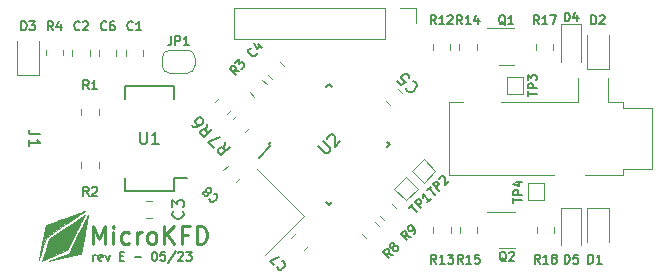
<source format=gbr>
%TF.GenerationSoftware,KiCad,Pcbnew,(6.0.7)*%
%TF.CreationDate,2023-05-28T23:18:47-04:00*%
%TF.ProjectId,microkfd,6d696372-6f6b-4666-942e-6b696361645f,E*%
%TF.SameCoordinates,Original*%
%TF.FileFunction,Legend,Top*%
%TF.FilePolarity,Positive*%
%FSLAX46Y46*%
G04 Gerber Fmt 4.6, Leading zero omitted, Abs format (unit mm)*
G04 Created by KiCad (PCBNEW (6.0.7)) date 2023-05-28 23:18:47*
%MOMM*%
%LPD*%
G01*
G04 APERTURE LIST*
%ADD10C,0.150000*%
%ADD11C,0.250000*%
%ADD12C,0.010000*%
%ADD13C,0.120000*%
G04 APERTURE END LIST*
D10*
X104026071Y-110339285D02*
X104026071Y-109839285D01*
X104026071Y-109982142D02*
X104061785Y-109910714D01*
X104097500Y-109875000D01*
X104168928Y-109839285D01*
X104240357Y-109839285D01*
X104776071Y-110303571D02*
X104704642Y-110339285D01*
X104561785Y-110339285D01*
X104490357Y-110303571D01*
X104454642Y-110232142D01*
X104454642Y-109946428D01*
X104490357Y-109875000D01*
X104561785Y-109839285D01*
X104704642Y-109839285D01*
X104776071Y-109875000D01*
X104811785Y-109946428D01*
X104811785Y-110017857D01*
X104454642Y-110089285D01*
X105061785Y-109839285D02*
X105240357Y-110339285D01*
X105418928Y-109839285D01*
X106276071Y-109946428D02*
X106526071Y-109946428D01*
X106633214Y-110339285D02*
X106276071Y-110339285D01*
X106276071Y-109589285D01*
X106633214Y-109589285D01*
X107526071Y-110053571D02*
X108097500Y-110053571D01*
X109168928Y-109589285D02*
X109240357Y-109589285D01*
X109311785Y-109625000D01*
X109347500Y-109660714D01*
X109383214Y-109732142D01*
X109418928Y-109875000D01*
X109418928Y-110053571D01*
X109383214Y-110196428D01*
X109347500Y-110267857D01*
X109311785Y-110303571D01*
X109240357Y-110339285D01*
X109168928Y-110339285D01*
X109097500Y-110303571D01*
X109061785Y-110267857D01*
X109026071Y-110196428D01*
X108990357Y-110053571D01*
X108990357Y-109875000D01*
X109026071Y-109732142D01*
X109061785Y-109660714D01*
X109097500Y-109625000D01*
X109168928Y-109589285D01*
X110097500Y-109589285D02*
X109740357Y-109589285D01*
X109704642Y-109946428D01*
X109740357Y-109910714D01*
X109811785Y-109875000D01*
X109990357Y-109875000D01*
X110061785Y-109910714D01*
X110097500Y-109946428D01*
X110133214Y-110017857D01*
X110133214Y-110196428D01*
X110097500Y-110267857D01*
X110061785Y-110303571D01*
X109990357Y-110339285D01*
X109811785Y-110339285D01*
X109740357Y-110303571D01*
X109704642Y-110267857D01*
X110990357Y-109553571D02*
X110347500Y-110517857D01*
X111204642Y-109660714D02*
X111240357Y-109625000D01*
X111311785Y-109589285D01*
X111490357Y-109589285D01*
X111561785Y-109625000D01*
X111597500Y-109660714D01*
X111633214Y-109732142D01*
X111633214Y-109803571D01*
X111597500Y-109910714D01*
X111168928Y-110339285D01*
X111633214Y-110339285D01*
X111883214Y-109589285D02*
X112347500Y-109589285D01*
X112097500Y-109875000D01*
X112204642Y-109875000D01*
X112276071Y-109910714D01*
X112311785Y-109946428D01*
X112347500Y-110017857D01*
X112347500Y-110196428D01*
X112311785Y-110267857D01*
X112276071Y-110303571D01*
X112204642Y-110339285D01*
X111990357Y-110339285D01*
X111918928Y-110303571D01*
X111883214Y-110267857D01*
D11*
X104019642Y-108928571D02*
X104019642Y-107428571D01*
X104519642Y-108500000D01*
X105019642Y-107428571D01*
X105019642Y-108928571D01*
X105733928Y-108928571D02*
X105733928Y-107928571D01*
X105733928Y-107428571D02*
X105662500Y-107500000D01*
X105733928Y-107571428D01*
X105805357Y-107500000D01*
X105733928Y-107428571D01*
X105733928Y-107571428D01*
X107091071Y-108857142D02*
X106948214Y-108928571D01*
X106662500Y-108928571D01*
X106519642Y-108857142D01*
X106448214Y-108785714D01*
X106376785Y-108642857D01*
X106376785Y-108214285D01*
X106448214Y-108071428D01*
X106519642Y-108000000D01*
X106662500Y-107928571D01*
X106948214Y-107928571D01*
X107091071Y-108000000D01*
X107733928Y-108928571D02*
X107733928Y-107928571D01*
X107733928Y-108214285D02*
X107805357Y-108071428D01*
X107876785Y-108000000D01*
X108019642Y-107928571D01*
X108162500Y-107928571D01*
X108876785Y-108928571D02*
X108733928Y-108857142D01*
X108662500Y-108785714D01*
X108591071Y-108642857D01*
X108591071Y-108214285D01*
X108662500Y-108071428D01*
X108733928Y-108000000D01*
X108876785Y-107928571D01*
X109091071Y-107928571D01*
X109233928Y-108000000D01*
X109305357Y-108071428D01*
X109376785Y-108214285D01*
X109376785Y-108642857D01*
X109305357Y-108785714D01*
X109233928Y-108857142D01*
X109091071Y-108928571D01*
X108876785Y-108928571D01*
X110019642Y-108928571D02*
X110019642Y-107428571D01*
X110876785Y-108928571D02*
X110233928Y-108071428D01*
X110876785Y-107428571D02*
X110019642Y-108285714D01*
X112019642Y-108142857D02*
X111519642Y-108142857D01*
X111519642Y-108928571D02*
X111519642Y-107428571D01*
X112233928Y-107428571D01*
X112805357Y-108928571D02*
X112805357Y-107428571D01*
X113162500Y-107428571D01*
X113376785Y-107500000D01*
X113519642Y-107642857D01*
X113591071Y-107785714D01*
X113662500Y-108071428D01*
X113662500Y-108285714D01*
X113591071Y-108571428D01*
X113519642Y-108714285D01*
X113376785Y-108857142D01*
X113162500Y-108928571D01*
X112805357Y-108928571D01*
D10*
%TO.C,J1*%
X99547619Y-99666666D02*
X98833333Y-99666666D01*
X98690476Y-99619047D01*
X98595238Y-99523809D01*
X98547619Y-99380952D01*
X98547619Y-99285714D01*
X98547619Y-100666666D02*
X98547619Y-100095238D01*
X98547619Y-100380952D02*
X99547619Y-100380952D01*
X99404761Y-100285714D01*
X99309523Y-100190476D01*
X99261904Y-100095238D01*
%TO.C,TP2*%
X132290355Y-104378807D02*
X132593400Y-104075761D01*
X132972208Y-104757614D02*
X132441877Y-104227284D01*
X133300507Y-104429314D02*
X132770177Y-103898984D01*
X132972208Y-103696954D01*
X133047969Y-103671700D01*
X133098477Y-103671700D01*
X133174238Y-103696954D01*
X133250000Y-103772715D01*
X133275253Y-103848477D01*
X133275253Y-103898984D01*
X133249999Y-103974746D01*
X133047969Y-104176776D01*
X133325761Y-103444416D02*
X133325761Y-103393908D01*
X133351015Y-103318147D01*
X133477284Y-103191877D01*
X133553045Y-103166624D01*
X133603553Y-103166624D01*
X133679314Y-103191877D01*
X133729822Y-103242385D01*
X133780330Y-103343400D01*
X133780330Y-103949492D01*
X134108629Y-103621192D01*
%TO.C,TP1*%
X130790355Y-105866244D02*
X131093400Y-105563198D01*
X131472208Y-106245051D02*
X130941877Y-105714721D01*
X131800507Y-105916751D02*
X131270177Y-105386421D01*
X131472208Y-105184391D01*
X131547969Y-105159137D01*
X131598477Y-105159137D01*
X131674238Y-105184391D01*
X131750000Y-105260152D01*
X131775253Y-105335914D01*
X131775253Y-105386421D01*
X131749999Y-105462183D01*
X131547969Y-105664213D01*
X132608629Y-105108629D02*
X132305583Y-105411675D01*
X132457106Y-105260152D02*
X131926776Y-104729822D01*
X131952030Y-104856091D01*
X131952030Y-104957106D01*
X131926776Y-105032868D01*
%TO.C,R18*%
X141830357Y-110589285D02*
X141580357Y-110232142D01*
X141401785Y-110589285D02*
X141401785Y-109839285D01*
X141687500Y-109839285D01*
X141758928Y-109875000D01*
X141794642Y-109910714D01*
X141830357Y-109982142D01*
X141830357Y-110089285D01*
X141794642Y-110160714D01*
X141758928Y-110196428D01*
X141687500Y-110232142D01*
X141401785Y-110232142D01*
X142544642Y-110589285D02*
X142116071Y-110589285D01*
X142330357Y-110589285D02*
X142330357Y-109839285D01*
X142258928Y-109946428D01*
X142187500Y-110017857D01*
X142116071Y-110053571D01*
X142973214Y-110160714D02*
X142901785Y-110125000D01*
X142866071Y-110089285D01*
X142830357Y-110017857D01*
X142830357Y-109982142D01*
X142866071Y-109910714D01*
X142901785Y-109875000D01*
X142973214Y-109839285D01*
X143116071Y-109839285D01*
X143187500Y-109875000D01*
X143223214Y-109910714D01*
X143258928Y-109982142D01*
X143258928Y-110017857D01*
X143223214Y-110089285D01*
X143187500Y-110125000D01*
X143116071Y-110160714D01*
X142973214Y-110160714D01*
X142901785Y-110196428D01*
X142866071Y-110232142D01*
X142830357Y-110303571D01*
X142830357Y-110446428D01*
X142866071Y-110517857D01*
X142901785Y-110553571D01*
X142973214Y-110589285D01*
X143116071Y-110589285D01*
X143187500Y-110553571D01*
X143223214Y-110517857D01*
X143258928Y-110446428D01*
X143258928Y-110303571D01*
X143223214Y-110232142D01*
X143187500Y-110196428D01*
X143116071Y-110160714D01*
%TO.C,R17*%
X141767857Y-90339285D02*
X141517857Y-89982142D01*
X141339285Y-90339285D02*
X141339285Y-89589285D01*
X141625000Y-89589285D01*
X141696428Y-89625000D01*
X141732142Y-89660714D01*
X141767857Y-89732142D01*
X141767857Y-89839285D01*
X141732142Y-89910714D01*
X141696428Y-89946428D01*
X141625000Y-89982142D01*
X141339285Y-89982142D01*
X142482142Y-90339285D02*
X142053571Y-90339285D01*
X142267857Y-90339285D02*
X142267857Y-89589285D01*
X142196428Y-89696428D01*
X142125000Y-89767857D01*
X142053571Y-89803571D01*
X142732142Y-89589285D02*
X143232142Y-89589285D01*
X142910714Y-90339285D01*
%TO.C,R15*%
X135330357Y-110589285D02*
X135080357Y-110232142D01*
X134901785Y-110589285D02*
X134901785Y-109839285D01*
X135187500Y-109839285D01*
X135258928Y-109875000D01*
X135294642Y-109910714D01*
X135330357Y-109982142D01*
X135330357Y-110089285D01*
X135294642Y-110160714D01*
X135258928Y-110196428D01*
X135187500Y-110232142D01*
X134901785Y-110232142D01*
X136044642Y-110589285D02*
X135616071Y-110589285D01*
X135830357Y-110589285D02*
X135830357Y-109839285D01*
X135758928Y-109946428D01*
X135687500Y-110017857D01*
X135616071Y-110053571D01*
X136723214Y-109839285D02*
X136366071Y-109839285D01*
X136330357Y-110196428D01*
X136366071Y-110160714D01*
X136437500Y-110125000D01*
X136616071Y-110125000D01*
X136687500Y-110160714D01*
X136723214Y-110196428D01*
X136758928Y-110267857D01*
X136758928Y-110446428D01*
X136723214Y-110517857D01*
X136687500Y-110553571D01*
X136616071Y-110589285D01*
X136437500Y-110589285D01*
X136366071Y-110553571D01*
X136330357Y-110517857D01*
%TO.C,R14*%
X135267857Y-90339285D02*
X135017857Y-89982142D01*
X134839285Y-90339285D02*
X134839285Y-89589285D01*
X135125000Y-89589285D01*
X135196428Y-89625000D01*
X135232142Y-89660714D01*
X135267857Y-89732142D01*
X135267857Y-89839285D01*
X135232142Y-89910714D01*
X135196428Y-89946428D01*
X135125000Y-89982142D01*
X134839285Y-89982142D01*
X135982142Y-90339285D02*
X135553571Y-90339285D01*
X135767857Y-90339285D02*
X135767857Y-89589285D01*
X135696428Y-89696428D01*
X135625000Y-89767857D01*
X135553571Y-89803571D01*
X136625000Y-89839285D02*
X136625000Y-90339285D01*
X136446428Y-89553571D02*
X136267857Y-90089285D01*
X136732142Y-90089285D01*
%TO.C,R13*%
X133080357Y-110589285D02*
X132830357Y-110232142D01*
X132651785Y-110589285D02*
X132651785Y-109839285D01*
X132937500Y-109839285D01*
X133008928Y-109875000D01*
X133044642Y-109910714D01*
X133080357Y-109982142D01*
X133080357Y-110089285D01*
X133044642Y-110160714D01*
X133008928Y-110196428D01*
X132937500Y-110232142D01*
X132651785Y-110232142D01*
X133794642Y-110589285D02*
X133366071Y-110589285D01*
X133580357Y-110589285D02*
X133580357Y-109839285D01*
X133508928Y-109946428D01*
X133437500Y-110017857D01*
X133366071Y-110053571D01*
X134044642Y-109839285D02*
X134508928Y-109839285D01*
X134258928Y-110125000D01*
X134366071Y-110125000D01*
X134437500Y-110160714D01*
X134473214Y-110196428D01*
X134508928Y-110267857D01*
X134508928Y-110446428D01*
X134473214Y-110517857D01*
X134437500Y-110553571D01*
X134366071Y-110589285D01*
X134151785Y-110589285D01*
X134080357Y-110553571D01*
X134044642Y-110517857D01*
%TO.C,R12*%
X133017857Y-90339285D02*
X132767857Y-89982142D01*
X132589285Y-90339285D02*
X132589285Y-89589285D01*
X132875000Y-89589285D01*
X132946428Y-89625000D01*
X132982142Y-89660714D01*
X133017857Y-89732142D01*
X133017857Y-89839285D01*
X132982142Y-89910714D01*
X132946428Y-89946428D01*
X132875000Y-89982142D01*
X132589285Y-89982142D01*
X133732142Y-90339285D02*
X133303571Y-90339285D01*
X133517857Y-90339285D02*
X133517857Y-89589285D01*
X133446428Y-89696428D01*
X133375000Y-89767857D01*
X133303571Y-89803571D01*
X134017857Y-89660714D02*
X134053571Y-89625000D01*
X134125000Y-89589285D01*
X134303571Y-89589285D01*
X134375000Y-89625000D01*
X134410714Y-89660714D01*
X134446428Y-89732142D01*
X134446428Y-89803571D01*
X134410714Y-89910714D01*
X133982142Y-90339285D01*
X134446428Y-90339285D01*
%TO.C,R9*%
X130901522Y-108328299D02*
X130472208Y-108252538D01*
X130598477Y-108631345D02*
X130068147Y-108101015D01*
X130270177Y-107898984D01*
X130345938Y-107873730D01*
X130396446Y-107873730D01*
X130472208Y-107898984D01*
X130547969Y-107974746D01*
X130573223Y-108050507D01*
X130573223Y-108101015D01*
X130547969Y-108176776D01*
X130345938Y-108378807D01*
X131154061Y-108075761D02*
X131255076Y-107974746D01*
X131280330Y-107898984D01*
X131280330Y-107848477D01*
X131255076Y-107722208D01*
X131179314Y-107595938D01*
X130977284Y-107393908D01*
X130901522Y-107368654D01*
X130851015Y-107368654D01*
X130775253Y-107393908D01*
X130674238Y-107494923D01*
X130648984Y-107570685D01*
X130648984Y-107621192D01*
X130674238Y-107696954D01*
X130800507Y-107823223D01*
X130876269Y-107848477D01*
X130926776Y-107848477D01*
X131002538Y-107823223D01*
X131103553Y-107722208D01*
X131128807Y-107646446D01*
X131128807Y-107595938D01*
X131103553Y-107520177D01*
%TO.C,R8*%
X129401522Y-109828299D02*
X128972208Y-109752538D01*
X129098477Y-110131345D02*
X128568147Y-109601015D01*
X128770177Y-109398984D01*
X128845938Y-109373730D01*
X128896446Y-109373730D01*
X128972208Y-109398984D01*
X129047969Y-109474746D01*
X129073223Y-109550507D01*
X129073223Y-109601015D01*
X129047969Y-109676776D01*
X128845938Y-109878807D01*
X129401522Y-109222208D02*
X129325761Y-109247461D01*
X129275253Y-109247461D01*
X129199492Y-109222208D01*
X129174238Y-109196954D01*
X129148984Y-109121192D01*
X129148984Y-109070685D01*
X129174238Y-108994923D01*
X129275253Y-108893908D01*
X129351015Y-108868654D01*
X129401522Y-108868654D01*
X129477284Y-108893908D01*
X129502538Y-108919162D01*
X129527791Y-108994923D01*
X129527791Y-109045431D01*
X129502538Y-109121192D01*
X129401522Y-109222208D01*
X129376269Y-109297969D01*
X129376269Y-109348477D01*
X129401522Y-109424238D01*
X129502538Y-109525253D01*
X129578299Y-109550507D01*
X129628807Y-109550507D01*
X129704568Y-109525253D01*
X129805583Y-109424238D01*
X129830837Y-109348477D01*
X129830837Y-109297969D01*
X129805583Y-109222208D01*
X129704568Y-109121192D01*
X129628807Y-109095938D01*
X129578299Y-109095938D01*
X129502538Y-109121192D01*
%TO.C,R7*%
X115187732Y-100297969D02*
X115086717Y-100870389D01*
X115591793Y-100702030D02*
X114884687Y-101409137D01*
X114615312Y-101139763D01*
X114581641Y-101038748D01*
X114581641Y-100971404D01*
X114615312Y-100870389D01*
X114716328Y-100769374D01*
X114817343Y-100735702D01*
X114884687Y-100735702D01*
X114985702Y-100769374D01*
X115255076Y-101038748D01*
X114244923Y-100769374D02*
X113773519Y-100297969D01*
X114783671Y-99893908D01*
%TO.C,R6*%
X113687732Y-98797969D02*
X113586717Y-99370389D01*
X114091793Y-99202030D02*
X113384687Y-99909137D01*
X113115312Y-99639763D01*
X113081641Y-99538748D01*
X113081641Y-99471404D01*
X113115312Y-99370389D01*
X113216328Y-99269374D01*
X113317343Y-99235702D01*
X113384687Y-99235702D01*
X113485702Y-99269374D01*
X113755076Y-99538748D01*
X112374534Y-98898984D02*
X112509221Y-99033671D01*
X112610236Y-99067343D01*
X112677580Y-99067343D01*
X112845938Y-99033671D01*
X113014297Y-98932656D01*
X113283671Y-98663282D01*
X113317343Y-98562267D01*
X113317343Y-98494923D01*
X113283671Y-98393908D01*
X113148984Y-98259221D01*
X113047969Y-98225549D01*
X112980625Y-98225549D01*
X112879610Y-98259221D01*
X112711251Y-98427580D01*
X112677580Y-98528595D01*
X112677580Y-98595938D01*
X112711251Y-98696954D01*
X112845938Y-98831641D01*
X112946954Y-98865312D01*
X113014297Y-98865312D01*
X113115312Y-98831641D01*
%TO.C,R4*%
X100625000Y-90839285D02*
X100375000Y-90482142D01*
X100196428Y-90839285D02*
X100196428Y-90089285D01*
X100482142Y-90089285D01*
X100553571Y-90125000D01*
X100589285Y-90160714D01*
X100625000Y-90232142D01*
X100625000Y-90339285D01*
X100589285Y-90410714D01*
X100553571Y-90446428D01*
X100482142Y-90482142D01*
X100196428Y-90482142D01*
X101267857Y-90339285D02*
X101267857Y-90839285D01*
X101089285Y-90053571D02*
X100910714Y-90589285D01*
X101375000Y-90589285D01*
%TO.C,R3*%
X116401522Y-94328299D02*
X115972208Y-94252538D01*
X116098477Y-94631345D02*
X115568147Y-94101015D01*
X115770177Y-93898984D01*
X115845938Y-93873730D01*
X115896446Y-93873730D01*
X115972208Y-93898984D01*
X116047969Y-93974746D01*
X116073223Y-94050507D01*
X116073223Y-94101015D01*
X116047969Y-94176776D01*
X115845938Y-94378807D01*
X116047969Y-93621192D02*
X116376269Y-93292893D01*
X116401522Y-93671700D01*
X116477284Y-93595938D01*
X116553045Y-93570685D01*
X116603553Y-93570685D01*
X116679314Y-93595938D01*
X116805583Y-93722208D01*
X116830837Y-93797969D01*
X116830837Y-93848477D01*
X116805583Y-93924238D01*
X116654061Y-94075761D01*
X116578299Y-94101015D01*
X116527791Y-94101015D01*
%TO.C,R2*%
X103625000Y-104839285D02*
X103375000Y-104482142D01*
X103196428Y-104839285D02*
X103196428Y-104089285D01*
X103482142Y-104089285D01*
X103553571Y-104125000D01*
X103589285Y-104160714D01*
X103625000Y-104232142D01*
X103625000Y-104339285D01*
X103589285Y-104410714D01*
X103553571Y-104446428D01*
X103482142Y-104482142D01*
X103196428Y-104482142D01*
X103910714Y-104160714D02*
X103946428Y-104125000D01*
X104017857Y-104089285D01*
X104196428Y-104089285D01*
X104267857Y-104125000D01*
X104303571Y-104160714D01*
X104339285Y-104232142D01*
X104339285Y-104303571D01*
X104303571Y-104410714D01*
X103875000Y-104839285D01*
X104339285Y-104839285D01*
%TO.C,R1*%
X103625000Y-95839285D02*
X103375000Y-95482142D01*
X103196428Y-95839285D02*
X103196428Y-95089285D01*
X103482142Y-95089285D01*
X103553571Y-95125000D01*
X103589285Y-95160714D01*
X103625000Y-95232142D01*
X103625000Y-95339285D01*
X103589285Y-95410714D01*
X103553571Y-95446428D01*
X103482142Y-95482142D01*
X103196428Y-95482142D01*
X104339285Y-95839285D02*
X103910714Y-95839285D01*
X104125000Y-95839285D02*
X104125000Y-95089285D01*
X104053571Y-95196428D01*
X103982142Y-95267857D01*
X103910714Y-95303571D01*
%TO.C,D5*%
X143946428Y-110589285D02*
X143946428Y-109839285D01*
X144125000Y-109839285D01*
X144232142Y-109875000D01*
X144303571Y-109946428D01*
X144339285Y-110017857D01*
X144375000Y-110160714D01*
X144375000Y-110267857D01*
X144339285Y-110410714D01*
X144303571Y-110482142D01*
X144232142Y-110553571D01*
X144125000Y-110589285D01*
X143946428Y-110589285D01*
X145053571Y-109839285D02*
X144696428Y-109839285D01*
X144660714Y-110196428D01*
X144696428Y-110160714D01*
X144767857Y-110125000D01*
X144946428Y-110125000D01*
X145017857Y-110160714D01*
X145053571Y-110196428D01*
X145089285Y-110267857D01*
X145089285Y-110446428D01*
X145053571Y-110517857D01*
X145017857Y-110553571D01*
X144946428Y-110589285D01*
X144767857Y-110589285D01*
X144696428Y-110553571D01*
X144660714Y-110517857D01*
%TO.C,D3*%
X97946428Y-90839285D02*
X97946428Y-90089285D01*
X98125000Y-90089285D01*
X98232142Y-90125000D01*
X98303571Y-90196428D01*
X98339285Y-90267857D01*
X98375000Y-90410714D01*
X98375000Y-90517857D01*
X98339285Y-90660714D01*
X98303571Y-90732142D01*
X98232142Y-90803571D01*
X98125000Y-90839285D01*
X97946428Y-90839285D01*
X98625000Y-90089285D02*
X99089285Y-90089285D01*
X98839285Y-90375000D01*
X98946428Y-90375000D01*
X99017857Y-90410714D01*
X99053571Y-90446428D01*
X99089285Y-90517857D01*
X99089285Y-90696428D01*
X99053571Y-90767857D01*
X99017857Y-90803571D01*
X98946428Y-90839285D01*
X98732142Y-90839285D01*
X98660714Y-90803571D01*
X98625000Y-90767857D01*
%TO.C,D2*%
X146196428Y-90339285D02*
X146196428Y-89589285D01*
X146375000Y-89589285D01*
X146482142Y-89625000D01*
X146553571Y-89696428D01*
X146589285Y-89767857D01*
X146625000Y-89910714D01*
X146625000Y-90017857D01*
X146589285Y-90160714D01*
X146553571Y-90232142D01*
X146482142Y-90303571D01*
X146375000Y-90339285D01*
X146196428Y-90339285D01*
X146910714Y-89660714D02*
X146946428Y-89625000D01*
X147017857Y-89589285D01*
X147196428Y-89589285D01*
X147267857Y-89625000D01*
X147303571Y-89660714D01*
X147339285Y-89732142D01*
X147339285Y-89803571D01*
X147303571Y-89910714D01*
X146875000Y-90339285D01*
X147339285Y-90339285D01*
%TO.C,D1*%
X145946428Y-110589285D02*
X145946428Y-109839285D01*
X146125000Y-109839285D01*
X146232142Y-109875000D01*
X146303571Y-109946428D01*
X146339285Y-110017857D01*
X146375000Y-110160714D01*
X146375000Y-110267857D01*
X146339285Y-110410714D01*
X146303571Y-110482142D01*
X146232142Y-110553571D01*
X146125000Y-110589285D01*
X145946428Y-110589285D01*
X147089285Y-110589285D02*
X146660714Y-110589285D01*
X146875000Y-110589285D02*
X146875000Y-109839285D01*
X146803571Y-109946428D01*
X146732142Y-110017857D01*
X146660714Y-110053571D01*
%TO.C,C8*%
X114260024Y-104666751D02*
X114310532Y-104666751D01*
X114411547Y-104717259D01*
X114462055Y-104767766D01*
X114512563Y-104868782D01*
X114512563Y-104969797D01*
X114487309Y-105045558D01*
X114411547Y-105171828D01*
X114335786Y-105247589D01*
X114209517Y-105323350D01*
X114133755Y-105348604D01*
X114032740Y-105348604D01*
X113931725Y-105298097D01*
X113881217Y-105247589D01*
X113830710Y-105146574D01*
X113830710Y-105096066D01*
X113704441Y-104616244D02*
X113729694Y-104692005D01*
X113729694Y-104742513D01*
X113704441Y-104818274D01*
X113679187Y-104843528D01*
X113603425Y-104868782D01*
X113552918Y-104868782D01*
X113477156Y-104843528D01*
X113376141Y-104742513D01*
X113350887Y-104666751D01*
X113350887Y-104616244D01*
X113376141Y-104540482D01*
X113401395Y-104515228D01*
X113477156Y-104489975D01*
X113527664Y-104489975D01*
X113603425Y-104515228D01*
X113704441Y-104616244D01*
X113780202Y-104641497D01*
X113830710Y-104641497D01*
X113906471Y-104616244D01*
X114007486Y-104515228D01*
X114032740Y-104439467D01*
X114032740Y-104388959D01*
X114007486Y-104313198D01*
X113906471Y-104212183D01*
X113830710Y-104186929D01*
X113780202Y-104186929D01*
X113704441Y-104212183D01*
X113603425Y-104313198D01*
X113578171Y-104388959D01*
X113578171Y-104439467D01*
X113603425Y-104515228D01*
%TO.C,C7*%
X120010024Y-110416751D02*
X120060532Y-110416751D01*
X120161547Y-110467259D01*
X120212055Y-110517766D01*
X120262563Y-110618782D01*
X120262563Y-110719797D01*
X120237309Y-110795558D01*
X120161547Y-110921828D01*
X120085786Y-110997589D01*
X119959517Y-111073350D01*
X119883755Y-111098604D01*
X119782740Y-111098604D01*
X119681725Y-111048097D01*
X119631217Y-110997589D01*
X119580710Y-110896574D01*
X119580710Y-110846066D01*
X119353425Y-110719797D02*
X118999872Y-110366244D01*
X119757486Y-110063198D01*
%TO.C,C6*%
X105125000Y-90767857D02*
X105089285Y-90803571D01*
X104982142Y-90839285D01*
X104910714Y-90839285D01*
X104803571Y-90803571D01*
X104732142Y-90732142D01*
X104696428Y-90660714D01*
X104660714Y-90517857D01*
X104660714Y-90410714D01*
X104696428Y-90267857D01*
X104732142Y-90196428D01*
X104803571Y-90125000D01*
X104910714Y-90089285D01*
X104982142Y-90089285D01*
X105089285Y-90125000D01*
X105125000Y-90160714D01*
X105767857Y-90089285D02*
X105625000Y-90089285D01*
X105553571Y-90125000D01*
X105517857Y-90160714D01*
X105446428Y-90267857D01*
X105410714Y-90410714D01*
X105410714Y-90696428D01*
X105446428Y-90767857D01*
X105482142Y-90803571D01*
X105553571Y-90839285D01*
X105696428Y-90839285D01*
X105767857Y-90803571D01*
X105803571Y-90767857D01*
X105839285Y-90696428D01*
X105839285Y-90517857D01*
X105803571Y-90446428D01*
X105767857Y-90410714D01*
X105696428Y-90375000D01*
X105553571Y-90375000D01*
X105482142Y-90410714D01*
X105446428Y-90446428D01*
X105410714Y-90517857D01*
%TO.C,C5*%
X131058328Y-95177373D02*
X131125671Y-95177373D01*
X131260358Y-95244717D01*
X131327702Y-95312061D01*
X131395045Y-95446748D01*
X131395045Y-95581435D01*
X131361374Y-95682450D01*
X131260358Y-95850809D01*
X131159343Y-95951824D01*
X130990984Y-96052839D01*
X130889969Y-96086511D01*
X130755282Y-96086511D01*
X130620595Y-96019167D01*
X130553251Y-95951824D01*
X130485908Y-95817137D01*
X130485908Y-95749793D01*
X129778801Y-95177373D02*
X130115519Y-95514091D01*
X130485908Y-95211045D01*
X130418564Y-95211045D01*
X130317549Y-95177373D01*
X130149190Y-95009015D01*
X130115519Y-94907999D01*
X130115519Y-94840656D01*
X130149190Y-94739641D01*
X130317549Y-94571282D01*
X130418564Y-94537610D01*
X130485908Y-94537610D01*
X130586923Y-94571282D01*
X130755282Y-94739641D01*
X130788954Y-94840656D01*
X130788954Y-94907999D01*
%TO.C,C4*%
X117851015Y-92777791D02*
X117851015Y-92828299D01*
X117800507Y-92929314D01*
X117750000Y-92979822D01*
X117648984Y-93030330D01*
X117547969Y-93030330D01*
X117472208Y-93005076D01*
X117345938Y-92929314D01*
X117270177Y-92853553D01*
X117194416Y-92727284D01*
X117169162Y-92651522D01*
X117169162Y-92550507D01*
X117219669Y-92449492D01*
X117270177Y-92398984D01*
X117371192Y-92348477D01*
X117421700Y-92348477D01*
X118002538Y-92020177D02*
X118356091Y-92373730D01*
X117674238Y-91944416D02*
X117926776Y-92449492D01*
X118255076Y-92121192D01*
%TO.C,C3*%
X111607142Y-106166666D02*
X111654761Y-106214285D01*
X111702380Y-106357142D01*
X111702380Y-106452380D01*
X111654761Y-106595238D01*
X111559523Y-106690476D01*
X111464285Y-106738095D01*
X111273809Y-106785714D01*
X111130952Y-106785714D01*
X110940476Y-106738095D01*
X110845238Y-106690476D01*
X110750000Y-106595238D01*
X110702380Y-106452380D01*
X110702380Y-106357142D01*
X110750000Y-106214285D01*
X110797619Y-106166666D01*
X110702380Y-105833333D02*
X110702380Y-105214285D01*
X111083333Y-105547619D01*
X111083333Y-105404761D01*
X111130952Y-105309523D01*
X111178571Y-105261904D01*
X111273809Y-105214285D01*
X111511904Y-105214285D01*
X111607142Y-105261904D01*
X111654761Y-105309523D01*
X111702380Y-105404761D01*
X111702380Y-105690476D01*
X111654761Y-105785714D01*
X111607142Y-105833333D01*
%TO.C,C2*%
X102875000Y-90767857D02*
X102839285Y-90803571D01*
X102732142Y-90839285D01*
X102660714Y-90839285D01*
X102553571Y-90803571D01*
X102482142Y-90732142D01*
X102446428Y-90660714D01*
X102410714Y-90517857D01*
X102410714Y-90410714D01*
X102446428Y-90267857D01*
X102482142Y-90196428D01*
X102553571Y-90125000D01*
X102660714Y-90089285D01*
X102732142Y-90089285D01*
X102839285Y-90125000D01*
X102875000Y-90160714D01*
X103160714Y-90160714D02*
X103196428Y-90125000D01*
X103267857Y-90089285D01*
X103446428Y-90089285D01*
X103517857Y-90125000D01*
X103553571Y-90160714D01*
X103589285Y-90232142D01*
X103589285Y-90303571D01*
X103553571Y-90410714D01*
X103125000Y-90839285D01*
X103589285Y-90839285D01*
%TO.C,C1*%
X107375000Y-90767857D02*
X107339285Y-90803571D01*
X107232142Y-90839285D01*
X107160714Y-90839285D01*
X107053571Y-90803571D01*
X106982142Y-90732142D01*
X106946428Y-90660714D01*
X106910714Y-90517857D01*
X106910714Y-90410714D01*
X106946428Y-90267857D01*
X106982142Y-90196428D01*
X107053571Y-90125000D01*
X107160714Y-90089285D01*
X107232142Y-90089285D01*
X107339285Y-90125000D01*
X107375000Y-90160714D01*
X108089285Y-90839285D02*
X107660714Y-90839285D01*
X107875000Y-90839285D02*
X107875000Y-90089285D01*
X107803571Y-90196428D01*
X107732142Y-90267857D01*
X107660714Y-90303571D01*
%TO.C,Q2*%
X138991071Y-110410714D02*
X138919642Y-110375000D01*
X138848214Y-110303571D01*
X138741071Y-110196428D01*
X138669642Y-110160714D01*
X138598214Y-110160714D01*
X138633928Y-110339285D02*
X138562500Y-110303571D01*
X138491071Y-110232142D01*
X138455357Y-110089285D01*
X138455357Y-109839285D01*
X138491071Y-109696428D01*
X138562500Y-109625000D01*
X138633928Y-109589285D01*
X138776785Y-109589285D01*
X138848214Y-109625000D01*
X138919642Y-109696428D01*
X138955357Y-109839285D01*
X138955357Y-110089285D01*
X138919642Y-110232142D01*
X138848214Y-110303571D01*
X138776785Y-110339285D01*
X138633928Y-110339285D01*
X139241071Y-109660714D02*
X139276785Y-109625000D01*
X139348214Y-109589285D01*
X139526785Y-109589285D01*
X139598214Y-109625000D01*
X139633928Y-109660714D01*
X139669642Y-109732142D01*
X139669642Y-109803571D01*
X139633928Y-109910714D01*
X139205357Y-110339285D01*
X139669642Y-110339285D01*
%TO.C,U1*%
X107988095Y-99452380D02*
X107988095Y-100261904D01*
X108035714Y-100357142D01*
X108083333Y-100404761D01*
X108178571Y-100452380D01*
X108369047Y-100452380D01*
X108464285Y-100404761D01*
X108511904Y-100357142D01*
X108559523Y-100261904D01*
X108559523Y-99452380D01*
X109559523Y-100452380D02*
X108988095Y-100452380D01*
X109273809Y-100452380D02*
X109273809Y-99452380D01*
X109178571Y-99595238D01*
X109083333Y-99690476D01*
X108988095Y-99738095D01*
%TO.C,TP4*%
X139589285Y-105446428D02*
X139589285Y-105017857D01*
X140339285Y-105232142D02*
X139589285Y-105232142D01*
X140339285Y-104767857D02*
X139589285Y-104767857D01*
X139589285Y-104482142D01*
X139625000Y-104410714D01*
X139660714Y-104375000D01*
X139732142Y-104339285D01*
X139839285Y-104339285D01*
X139910714Y-104375000D01*
X139946428Y-104410714D01*
X139982142Y-104482142D01*
X139982142Y-104767857D01*
X139839285Y-103696428D02*
X140339285Y-103696428D01*
X139553571Y-103875000D02*
X140089285Y-104053571D01*
X140089285Y-103589285D01*
%TO.C,U2*%
X123074026Y-100651522D02*
X123646446Y-101223942D01*
X123747461Y-101257614D01*
X123814805Y-101257614D01*
X123915820Y-101223942D01*
X124050507Y-101089255D01*
X124084179Y-100988240D01*
X124084179Y-100920896D01*
X124050507Y-100819881D01*
X123478087Y-100247461D01*
X123848477Y-100011759D02*
X123848477Y-99944416D01*
X123882148Y-99843400D01*
X124050507Y-99675042D01*
X124151522Y-99641370D01*
X124218866Y-99641370D01*
X124319881Y-99675042D01*
X124387225Y-99742385D01*
X124454568Y-99877072D01*
X124454568Y-100685194D01*
X124892301Y-100247461D01*
%TO.C,TP3*%
X140839285Y-96446428D02*
X140839285Y-96017857D01*
X141589285Y-96232142D02*
X140839285Y-96232142D01*
X141589285Y-95767857D02*
X140839285Y-95767857D01*
X140839285Y-95482142D01*
X140875000Y-95410714D01*
X140910714Y-95375000D01*
X140982142Y-95339285D01*
X141089285Y-95339285D01*
X141160714Y-95375000D01*
X141196428Y-95410714D01*
X141232142Y-95482142D01*
X141232142Y-95767857D01*
X140839285Y-95089285D02*
X140839285Y-94625000D01*
X141125000Y-94875000D01*
X141125000Y-94767857D01*
X141160714Y-94696428D01*
X141196428Y-94660714D01*
X141267857Y-94625000D01*
X141446428Y-94625000D01*
X141517857Y-94660714D01*
X141553571Y-94696428D01*
X141589285Y-94767857D01*
X141589285Y-94982142D01*
X141553571Y-95053571D01*
X141517857Y-95089285D01*
%TO.C,JP1*%
X110625000Y-91339285D02*
X110625000Y-91875000D01*
X110589285Y-91982142D01*
X110517857Y-92053571D01*
X110410714Y-92089285D01*
X110339285Y-92089285D01*
X110982142Y-92089285D02*
X110982142Y-91339285D01*
X111267857Y-91339285D01*
X111339285Y-91375000D01*
X111375000Y-91410714D01*
X111410714Y-91482142D01*
X111410714Y-91589285D01*
X111375000Y-91660714D01*
X111339285Y-91696428D01*
X111267857Y-91732142D01*
X110982142Y-91732142D01*
X112125000Y-92089285D02*
X111696428Y-92089285D01*
X111910714Y-92089285D02*
X111910714Y-91339285D01*
X111839285Y-91446428D01*
X111767857Y-91517857D01*
X111696428Y-91553571D01*
%TO.C,D4*%
X143946428Y-90089285D02*
X143946428Y-89339285D01*
X144125000Y-89339285D01*
X144232142Y-89375000D01*
X144303571Y-89446428D01*
X144339285Y-89517857D01*
X144375000Y-89660714D01*
X144375000Y-89767857D01*
X144339285Y-89910714D01*
X144303571Y-89982142D01*
X144232142Y-90053571D01*
X144125000Y-90089285D01*
X143946428Y-90089285D01*
X145017857Y-89589285D02*
X145017857Y-90089285D01*
X144839285Y-89303571D02*
X144660714Y-89839285D01*
X145125000Y-89839285D01*
%TO.C,Q1*%
X138928571Y-90410714D02*
X138857142Y-90375000D01*
X138785714Y-90303571D01*
X138678571Y-90196428D01*
X138607142Y-90160714D01*
X138535714Y-90160714D01*
X138571428Y-90339285D02*
X138500000Y-90303571D01*
X138428571Y-90232142D01*
X138392857Y-90089285D01*
X138392857Y-89839285D01*
X138428571Y-89696428D01*
X138500000Y-89625000D01*
X138571428Y-89589285D01*
X138714285Y-89589285D01*
X138785714Y-89625000D01*
X138857142Y-89696428D01*
X138892857Y-89839285D01*
X138892857Y-90089285D01*
X138857142Y-90232142D01*
X138785714Y-90303571D01*
X138714285Y-90339285D01*
X138571428Y-90339285D01*
X139607142Y-90339285D02*
X139178571Y-90339285D01*
X139392857Y-90339285D02*
X139392857Y-89589285D01*
X139321428Y-89696428D01*
X139250000Y-89767857D01*
X139178571Y-89803571D01*
%TO.C,G\u002A\u002A\u002A*%
G36*
X103596703Y-106464575D02*
G01*
X103592746Y-106487989D01*
X103586167Y-106525695D01*
X103577136Y-106576767D01*
X103565820Y-106640284D01*
X103552387Y-106715319D01*
X103537006Y-106800950D01*
X103519846Y-106896253D01*
X103501073Y-107000302D01*
X103480858Y-107112175D01*
X103459366Y-107230947D01*
X103436768Y-107355695D01*
X103413231Y-107485494D01*
X103388924Y-107619419D01*
X103364014Y-107756548D01*
X103338670Y-107895957D01*
X103313061Y-108036720D01*
X103287353Y-108177914D01*
X103261716Y-108318616D01*
X103236319Y-108457900D01*
X103211328Y-108594844D01*
X103186912Y-108728522D01*
X103163240Y-108858012D01*
X103140480Y-108982388D01*
X103118800Y-109100728D01*
X103098368Y-109212106D01*
X103079353Y-109315599D01*
X103061922Y-109410283D01*
X103046244Y-109495234D01*
X103032487Y-109569527D01*
X103020820Y-109632240D01*
X103011411Y-109682447D01*
X103004427Y-109719225D01*
X103000037Y-109741649D01*
X102998432Y-109748811D01*
X102990109Y-109751007D01*
X102966602Y-109756565D01*
X102928748Y-109765297D01*
X102877384Y-109777015D01*
X102813345Y-109791530D01*
X102737469Y-109808657D01*
X102650591Y-109828206D01*
X102553548Y-109849990D01*
X102447177Y-109873821D01*
X102332313Y-109899512D01*
X102209793Y-109926874D01*
X102080455Y-109955720D01*
X101945133Y-109985863D01*
X101804664Y-110017114D01*
X101666721Y-110047767D01*
X101521912Y-110079928D01*
X101381321Y-110111154D01*
X101245794Y-110141256D01*
X101116177Y-110170047D01*
X100993318Y-110197337D01*
X100878062Y-110222940D01*
X100771257Y-110246666D01*
X100673749Y-110268329D01*
X100586385Y-110287739D01*
X100510011Y-110304709D01*
X100445474Y-110319051D01*
X100393620Y-110330576D01*
X100355296Y-110339097D01*
X100331349Y-110344425D01*
X100322707Y-110346354D01*
X100317961Y-110346140D01*
X100326818Y-110340919D01*
X100330911Y-110339021D01*
X100341899Y-110334737D01*
X100367254Y-110325247D01*
X100405918Y-110310939D01*
X100456832Y-110292199D01*
X100518937Y-110269415D01*
X100591175Y-110242975D01*
X100672487Y-110213264D01*
X100761814Y-110180672D01*
X100858099Y-110145583D01*
X100960282Y-110108387D01*
X101067305Y-110069470D01*
X101151778Y-110038780D01*
X101948033Y-109749607D01*
X102771856Y-108101896D01*
X102849064Y-107947502D01*
X102924333Y-107797043D01*
X102997333Y-107651175D01*
X103067737Y-107510550D01*
X103135215Y-107375825D01*
X103199440Y-107247653D01*
X103260082Y-107126690D01*
X103316813Y-107013589D01*
X103369304Y-106909006D01*
X103417227Y-106813595D01*
X103460252Y-106728011D01*
X103498053Y-106652908D01*
X103530299Y-106588942D01*
X103556662Y-106536766D01*
X103576813Y-106497035D01*
X103590425Y-106470404D01*
X103597168Y-106457528D01*
X103597871Y-106456377D01*
X103596703Y-106464575D01*
G37*
D12*
X103596703Y-106464575D02*
X103592746Y-106487989D01*
X103586167Y-106525695D01*
X103577136Y-106576767D01*
X103565820Y-106640284D01*
X103552387Y-106715319D01*
X103537006Y-106800950D01*
X103519846Y-106896253D01*
X103501073Y-107000302D01*
X103480858Y-107112175D01*
X103459366Y-107230947D01*
X103436768Y-107355695D01*
X103413231Y-107485494D01*
X103388924Y-107619419D01*
X103364014Y-107756548D01*
X103338670Y-107895957D01*
X103313061Y-108036720D01*
X103287353Y-108177914D01*
X103261716Y-108318616D01*
X103236319Y-108457900D01*
X103211328Y-108594844D01*
X103186912Y-108728522D01*
X103163240Y-108858012D01*
X103140480Y-108982388D01*
X103118800Y-109100728D01*
X103098368Y-109212106D01*
X103079353Y-109315599D01*
X103061922Y-109410283D01*
X103046244Y-109495234D01*
X103032487Y-109569527D01*
X103020820Y-109632240D01*
X103011411Y-109682447D01*
X103004427Y-109719225D01*
X103000037Y-109741649D01*
X102998432Y-109748811D01*
X102990109Y-109751007D01*
X102966602Y-109756565D01*
X102928748Y-109765297D01*
X102877384Y-109777015D01*
X102813345Y-109791530D01*
X102737469Y-109808657D01*
X102650591Y-109828206D01*
X102553548Y-109849990D01*
X102447177Y-109873821D01*
X102332313Y-109899512D01*
X102209793Y-109926874D01*
X102080455Y-109955720D01*
X101945133Y-109985863D01*
X101804664Y-110017114D01*
X101666721Y-110047767D01*
X101521912Y-110079928D01*
X101381321Y-110111154D01*
X101245794Y-110141256D01*
X101116177Y-110170047D01*
X100993318Y-110197337D01*
X100878062Y-110222940D01*
X100771257Y-110246666D01*
X100673749Y-110268329D01*
X100586385Y-110287739D01*
X100510011Y-110304709D01*
X100445474Y-110319051D01*
X100393620Y-110330576D01*
X100355296Y-110339097D01*
X100331349Y-110344425D01*
X100322707Y-110346354D01*
X100317961Y-110346140D01*
X100326818Y-110340919D01*
X100330911Y-110339021D01*
X100341899Y-110334737D01*
X100367254Y-110325247D01*
X100405918Y-110310939D01*
X100456832Y-110292199D01*
X100518937Y-110269415D01*
X100591175Y-110242975D01*
X100672487Y-110213264D01*
X100761814Y-110180672D01*
X100858099Y-110145583D01*
X100960282Y-110108387D01*
X101067305Y-110069470D01*
X101151778Y-110038780D01*
X101948033Y-109749607D01*
X102771856Y-108101896D01*
X102849064Y-107947502D01*
X102924333Y-107797043D01*
X102997333Y-107651175D01*
X103067737Y-107510550D01*
X103135215Y-107375825D01*
X103199440Y-107247653D01*
X103260082Y-107126690D01*
X103316813Y-107013589D01*
X103369304Y-106909006D01*
X103417227Y-106813595D01*
X103460252Y-106728011D01*
X103498053Y-106652908D01*
X103530299Y-106588942D01*
X103556662Y-106536766D01*
X103576813Y-106497035D01*
X103590425Y-106470404D01*
X103597168Y-106457528D01*
X103597871Y-106456377D01*
X103596703Y-106464575D01*
G36*
X103291273Y-106464170D02*
G01*
X103280945Y-106485672D01*
X103263950Y-106520462D01*
X103240629Y-106567853D01*
X103211327Y-106627154D01*
X103176385Y-106697676D01*
X103136148Y-106778730D01*
X103090957Y-106869627D01*
X103041157Y-106969677D01*
X102987090Y-107078191D01*
X102929099Y-107194480D01*
X102867527Y-107317854D01*
X102802718Y-107447624D01*
X102735014Y-107583101D01*
X102664758Y-107723595D01*
X102592293Y-107868416D01*
X102548547Y-107955803D01*
X101799451Y-109451906D01*
X100753424Y-109900823D01*
X100629093Y-109954177D01*
X100508945Y-110005727D01*
X100393837Y-110055107D01*
X100284628Y-110101947D01*
X100182179Y-110145880D01*
X100087347Y-110186536D01*
X100000992Y-110223549D01*
X99923974Y-110256550D01*
X99857150Y-110285171D01*
X99801381Y-110309043D01*
X99757525Y-110327798D01*
X99726441Y-110341069D01*
X99708989Y-110348486D01*
X99705346Y-110349999D01*
X99703295Y-110344223D01*
X99703294Y-110344077D01*
X99705837Y-110335638D01*
X99713246Y-110312616D01*
X99725199Y-110275990D01*
X99741371Y-110226742D01*
X99761437Y-110165853D01*
X99785073Y-110094304D01*
X99811954Y-110013076D01*
X99841755Y-109923150D01*
X99874153Y-109825507D01*
X99908823Y-109721128D01*
X99945439Y-109610994D01*
X99983679Y-109496085D01*
X100001132Y-109443673D01*
X100298970Y-108549451D01*
X101795253Y-107501522D01*
X101936078Y-107402918D01*
X102073339Y-107306853D01*
X102206433Y-107213751D01*
X102334754Y-107124031D01*
X102457699Y-107038114D01*
X102574663Y-106956423D01*
X102685043Y-106879377D01*
X102788233Y-106807398D01*
X102883629Y-106740907D01*
X102970629Y-106680326D01*
X103048626Y-106626074D01*
X103117017Y-106578574D01*
X103175198Y-106538247D01*
X103222564Y-106505512D01*
X103258511Y-106480793D01*
X103282436Y-106464509D01*
X103293733Y-106457081D01*
X103294589Y-106456648D01*
X103291273Y-106464170D01*
G37*
X103291273Y-106464170D02*
X103280945Y-106485672D01*
X103263950Y-106520462D01*
X103240629Y-106567853D01*
X103211327Y-106627154D01*
X103176385Y-106697676D01*
X103136148Y-106778730D01*
X103090957Y-106869627D01*
X103041157Y-106969677D01*
X102987090Y-107078191D01*
X102929099Y-107194480D01*
X102867527Y-107317854D01*
X102802718Y-107447624D01*
X102735014Y-107583101D01*
X102664758Y-107723595D01*
X102592293Y-107868416D01*
X102548547Y-107955803D01*
X101799451Y-109451906D01*
X100753424Y-109900823D01*
X100629093Y-109954177D01*
X100508945Y-110005727D01*
X100393837Y-110055107D01*
X100284628Y-110101947D01*
X100182179Y-110145880D01*
X100087347Y-110186536D01*
X100000992Y-110223549D01*
X99923974Y-110256550D01*
X99857150Y-110285171D01*
X99801381Y-110309043D01*
X99757525Y-110327798D01*
X99726441Y-110341069D01*
X99708989Y-110348486D01*
X99705346Y-110349999D01*
X99703295Y-110344223D01*
X99703294Y-110344077D01*
X99705837Y-110335638D01*
X99713246Y-110312616D01*
X99725199Y-110275990D01*
X99741371Y-110226742D01*
X99761437Y-110165853D01*
X99785073Y-110094304D01*
X99811954Y-110013076D01*
X99841755Y-109923150D01*
X99874153Y-109825507D01*
X99908823Y-109721128D01*
X99945439Y-109610994D01*
X99983679Y-109496085D01*
X100001132Y-109443673D01*
X100298970Y-108549451D01*
X101795253Y-107501522D01*
X101936078Y-107402918D01*
X102073339Y-107306853D01*
X102206433Y-107213751D01*
X102334754Y-107124031D01*
X102457699Y-107038114D01*
X102574663Y-106956423D01*
X102685043Y-106879377D01*
X102788233Y-106807398D01*
X102883629Y-106740907D01*
X102970629Y-106680326D01*
X103048626Y-106626074D01*
X103117017Y-106578574D01*
X103175198Y-106538247D01*
X103222564Y-106505512D01*
X103258511Y-106480793D01*
X103282436Y-106464509D01*
X103293733Y-106457081D01*
X103294589Y-106456648D01*
X103291273Y-106464170D01*
G36*
X103288764Y-106158484D02*
G01*
X103287361Y-106159953D01*
X103279450Y-106165448D01*
X103258570Y-106179781D01*
X103225313Y-106202548D01*
X103180269Y-106233347D01*
X103124028Y-106271775D01*
X103057181Y-106317428D01*
X102980318Y-106369904D01*
X102894031Y-106428800D01*
X102798909Y-106493713D01*
X102695544Y-106564239D01*
X102584525Y-106639976D01*
X102466444Y-106720521D01*
X102341890Y-106805471D01*
X102211455Y-106894422D01*
X102075730Y-106986972D01*
X101935304Y-107082719D01*
X101790768Y-107181258D01*
X101642713Y-107282187D01*
X101637232Y-107285923D01*
X100000549Y-108401595D01*
X99704705Y-109361569D01*
X99667351Y-109482701D01*
X99631353Y-109599281D01*
X99597004Y-109710372D01*
X99564595Y-109815035D01*
X99534420Y-109912333D01*
X99506769Y-110001328D01*
X99481935Y-110081081D01*
X99460210Y-110150654D01*
X99441885Y-110209110D01*
X99427254Y-110255510D01*
X99416607Y-110288917D01*
X99410238Y-110308392D01*
X99408403Y-110313275D01*
X99409925Y-110304320D01*
X99414482Y-110280288D01*
X99421879Y-110242149D01*
X99431924Y-110190873D01*
X99444421Y-110127430D01*
X99459176Y-110052791D01*
X99475995Y-109967925D01*
X99494684Y-109873803D01*
X99515048Y-109771395D01*
X99536894Y-109661671D01*
X99560027Y-109545602D01*
X99584253Y-109424157D01*
X99609378Y-109298307D01*
X99635207Y-109169021D01*
X99661547Y-109037271D01*
X99688202Y-108904025D01*
X99714980Y-108770256D01*
X99741685Y-108636931D01*
X99768124Y-108505022D01*
X99794101Y-108375500D01*
X99819424Y-108249333D01*
X99843898Y-108127492D01*
X99867328Y-108010948D01*
X99889521Y-107900670D01*
X99910282Y-107797629D01*
X99929417Y-107702795D01*
X99946732Y-107617138D01*
X99962032Y-107541629D01*
X99975123Y-107477236D01*
X99985812Y-107424931D01*
X99993904Y-107385684D01*
X99999204Y-107360465D01*
X100001519Y-107350244D01*
X100001589Y-107350068D01*
X100009405Y-107347068D01*
X100031773Y-107338779D01*
X100067824Y-107325518D01*
X100116687Y-107307602D01*
X100177494Y-107285346D01*
X100249375Y-107259067D01*
X100331462Y-107229083D01*
X100422883Y-107195708D01*
X100522771Y-107159261D01*
X100630256Y-107120057D01*
X100744468Y-107078414D01*
X100864538Y-107034646D01*
X100989597Y-106989072D01*
X101118775Y-106942007D01*
X101251203Y-106893768D01*
X101386012Y-106844671D01*
X101522331Y-106795034D01*
X101659293Y-106745172D01*
X101796027Y-106695402D01*
X101931663Y-106646041D01*
X102065334Y-106597405D01*
X102196168Y-106549811D01*
X102323298Y-106503574D01*
X102445853Y-106459013D01*
X102562964Y-106416442D01*
X102673762Y-106376179D01*
X102777377Y-106338541D01*
X102872941Y-106303843D01*
X102959582Y-106272402D01*
X103036433Y-106244535D01*
X103102624Y-106220558D01*
X103157286Y-106200788D01*
X103199548Y-106185542D01*
X103228542Y-106175135D01*
X103239276Y-106171322D01*
X103265771Y-106162604D01*
X103283150Y-106158116D01*
X103288764Y-106158484D01*
G37*
X103288764Y-106158484D02*
X103287361Y-106159953D01*
X103279450Y-106165448D01*
X103258570Y-106179781D01*
X103225313Y-106202548D01*
X103180269Y-106233347D01*
X103124028Y-106271775D01*
X103057181Y-106317428D01*
X102980318Y-106369904D01*
X102894031Y-106428800D01*
X102798909Y-106493713D01*
X102695544Y-106564239D01*
X102584525Y-106639976D01*
X102466444Y-106720521D01*
X102341890Y-106805471D01*
X102211455Y-106894422D01*
X102075730Y-106986972D01*
X101935304Y-107082719D01*
X101790768Y-107181258D01*
X101642713Y-107282187D01*
X101637232Y-107285923D01*
X100000549Y-108401595D01*
X99704705Y-109361569D01*
X99667351Y-109482701D01*
X99631353Y-109599281D01*
X99597004Y-109710372D01*
X99564595Y-109815035D01*
X99534420Y-109912333D01*
X99506769Y-110001328D01*
X99481935Y-110081081D01*
X99460210Y-110150654D01*
X99441885Y-110209110D01*
X99427254Y-110255510D01*
X99416607Y-110288917D01*
X99410238Y-110308392D01*
X99408403Y-110313275D01*
X99409925Y-110304320D01*
X99414482Y-110280288D01*
X99421879Y-110242149D01*
X99431924Y-110190873D01*
X99444421Y-110127430D01*
X99459176Y-110052791D01*
X99475995Y-109967925D01*
X99494684Y-109873803D01*
X99515048Y-109771395D01*
X99536894Y-109661671D01*
X99560027Y-109545602D01*
X99584253Y-109424157D01*
X99609378Y-109298307D01*
X99635207Y-109169021D01*
X99661547Y-109037271D01*
X99688202Y-108904025D01*
X99714980Y-108770256D01*
X99741685Y-108636931D01*
X99768124Y-108505022D01*
X99794101Y-108375500D01*
X99819424Y-108249333D01*
X99843898Y-108127492D01*
X99867328Y-108010948D01*
X99889521Y-107900670D01*
X99910282Y-107797629D01*
X99929417Y-107702795D01*
X99946732Y-107617138D01*
X99962032Y-107541629D01*
X99975123Y-107477236D01*
X99985812Y-107424931D01*
X99993904Y-107385684D01*
X99999204Y-107360465D01*
X100001519Y-107350244D01*
X100001589Y-107350068D01*
X100009405Y-107347068D01*
X100031773Y-107338779D01*
X100067824Y-107325518D01*
X100116687Y-107307602D01*
X100177494Y-107285346D01*
X100249375Y-107259067D01*
X100331462Y-107229083D01*
X100422883Y-107195708D01*
X100522771Y-107159261D01*
X100630256Y-107120057D01*
X100744468Y-107078414D01*
X100864538Y-107034646D01*
X100989597Y-106989072D01*
X101118775Y-106942007D01*
X101251203Y-106893768D01*
X101386012Y-106844671D01*
X101522331Y-106795034D01*
X101659293Y-106745172D01*
X101796027Y-106695402D01*
X101931663Y-106646041D01*
X102065334Y-106597405D01*
X102196168Y-106549811D01*
X102323298Y-106503574D01*
X102445853Y-106459013D01*
X102562964Y-106416442D01*
X102673762Y-106376179D01*
X102777377Y-106338541D01*
X102872941Y-106303843D01*
X102959582Y-106272402D01*
X103036433Y-106244535D01*
X103102624Y-106220558D01*
X103157286Y-106200788D01*
X103199548Y-106185542D01*
X103228542Y-106175135D01*
X103239276Y-106171322D01*
X103265771Y-106162604D01*
X103283150Y-106158116D01*
X103288764Y-106158484D01*
D13*
%TO.C,J2*%
X128730000Y-88920000D02*
X115970000Y-88920000D01*
X130000000Y-88920000D02*
X131330000Y-88920000D01*
X131330000Y-88920000D02*
X131330000Y-90250000D01*
X128730000Y-88920000D02*
X128730000Y-91580000D01*
X115970000Y-88920000D02*
X115970000Y-91580000D01*
X128730000Y-91580000D02*
X115970000Y-91580000D01*
%TO.C,TP2*%
X131010051Y-102750000D02*
X132000000Y-101760051D01*
X132989949Y-102750000D02*
X132000000Y-103739949D01*
X132000000Y-101760051D02*
X132989949Y-102750000D01*
X132000000Y-103739949D02*
X131010051Y-102750000D01*
%TO.C,TP1*%
X130500000Y-105239949D02*
X129510051Y-104250000D01*
X130500000Y-103260051D02*
X131489949Y-104250000D01*
X129510051Y-104250000D02*
X130500000Y-103260051D01*
X131489949Y-104250000D02*
X130500000Y-105239949D01*
%TO.C,R18*%
X143047500Y-107522936D02*
X143047500Y-107977064D01*
X141577500Y-107522936D02*
X141577500Y-107977064D01*
%TO.C,R17*%
X142985000Y-92477064D02*
X142985000Y-92022936D01*
X141515000Y-92477064D02*
X141515000Y-92022936D01*
%TO.C,R15*%
X135077500Y-107977064D02*
X135077500Y-107522936D01*
X136547500Y-107977064D02*
X136547500Y-107522936D01*
%TO.C,R14*%
X136485000Y-92477064D02*
X136485000Y-92022936D01*
X135015000Y-92477064D02*
X135015000Y-92022936D01*
%TO.C,R13*%
X134297500Y-107522936D02*
X134297500Y-107977064D01*
X132827500Y-107522936D02*
X132827500Y-107977064D01*
%TO.C,R12*%
X132765000Y-92022936D02*
X132765000Y-92477064D01*
X134235000Y-92022936D02*
X134235000Y-92477064D01*
%TO.C,R9*%
X128640835Y-106930282D02*
X128319718Y-106609165D01*
X129680282Y-105890835D02*
X129359165Y-105569718D01*
%TO.C,R8*%
X127140835Y-108430282D02*
X126819718Y-108109165D01*
X128180282Y-107390835D02*
X127859165Y-107069718D01*
%TO.C,R7*%
X115819718Y-98390835D02*
X116140835Y-98069718D01*
X116859165Y-99430282D02*
X117180282Y-99109165D01*
%TO.C,R6*%
X115359165Y-97930282D02*
X115680282Y-97609165D01*
X114319718Y-96890835D02*
X114640835Y-96569718D01*
%TO.C,R4*%
X100015000Y-92522936D02*
X100015000Y-92977064D01*
X101485000Y-92522936D02*
X101485000Y-92977064D01*
%TO.C,R3*%
X119140835Y-94930282D02*
X118819718Y-94609165D01*
X120180282Y-93890835D02*
X119859165Y-93569718D01*
%TO.C,R2*%
X104485000Y-102022936D02*
X104485000Y-102477064D01*
X103015000Y-102022936D02*
X103015000Y-102477064D01*
%TO.C,R1*%
X104485000Y-97977064D02*
X104485000Y-97522936D01*
X103015000Y-97977064D02*
X103015000Y-97522936D01*
%TO.C,D5*%
X143650000Y-105850000D02*
X143650000Y-109000000D01*
X145350000Y-105850000D02*
X145350000Y-109000000D01*
X145350000Y-105850000D02*
X143650000Y-105850000D01*
%TO.C,D3*%
X99460000Y-94610000D02*
X99460000Y-91750000D01*
X97540000Y-91750000D02*
X97540000Y-94610000D01*
X97540000Y-94610000D02*
X99460000Y-94610000D01*
%TO.C,D2*%
X145790000Y-94110000D02*
X147710000Y-94110000D01*
X145790000Y-91250000D02*
X145790000Y-94110000D01*
X147710000Y-94110000D02*
X147710000Y-91250000D01*
%TO.C,D1*%
X145790000Y-105890000D02*
X145790000Y-108750000D01*
X147710000Y-108750000D02*
X147710000Y-105890000D01*
X147710000Y-105890000D02*
X145790000Y-105890000D01*
%TO.C,C8*%
X115415010Y-102295543D02*
X115045543Y-102665010D01*
X116454457Y-103334990D02*
X116084990Y-103704457D01*
%TO.C,C7*%
X121834990Y-109454457D02*
X122204457Y-109084990D01*
X120795543Y-108415010D02*
X121165010Y-108045543D01*
%TO.C,C6*%
X105985000Y-92488748D02*
X105985000Y-93011252D01*
X104515000Y-92488748D02*
X104515000Y-93011252D01*
%TO.C,C5*%
X129834990Y-95795543D02*
X130204457Y-96165010D01*
X128795543Y-96834990D02*
X129165010Y-97204457D01*
%TO.C,C4*%
X118334990Y-95045543D02*
X118704457Y-95415010D01*
X117295543Y-96084990D02*
X117665010Y-96454457D01*
%TO.C,C3*%
X109011252Y-106735000D02*
X108488748Y-106735000D01*
X109011252Y-105265000D02*
X108488748Y-105265000D01*
%TO.C,C2*%
X102265000Y-93011252D02*
X102265000Y-92488748D01*
X103735000Y-93011252D02*
X103735000Y-92488748D01*
%TO.C,C1*%
X106765000Y-93011252D02*
X106765000Y-92488748D01*
X108235000Y-93011252D02*
X108235000Y-92488748D01*
%TO.C,Q2*%
X139062500Y-109310000D02*
X139712500Y-109310000D01*
X139062500Y-106190000D02*
X137387500Y-106190000D01*
X139062500Y-106190000D02*
X139712500Y-106190000D01*
X139062500Y-109310000D02*
X138412500Y-109310000D01*
D10*
%TO.C,U1*%
X110825000Y-104475000D02*
X106675000Y-104475000D01*
X110825000Y-103365000D02*
X110825000Y-104475000D01*
X106675000Y-104475000D02*
X106675000Y-103365000D01*
X110825000Y-103365000D02*
X111950000Y-103365000D01*
X110825000Y-95525000D02*
X110825000Y-96635000D01*
X106675000Y-95525000D02*
X106675000Y-96635000D01*
X110825000Y-95525000D02*
X106675000Y-95525000D01*
D13*
%TO.C,TP4*%
X140800000Y-103800000D02*
X142200000Y-103800000D01*
X142200000Y-103800000D02*
X142200000Y-105200000D01*
X140800000Y-105200000D02*
X140800000Y-103800000D01*
X142200000Y-105200000D02*
X140800000Y-105200000D01*
%TO.C,Y1*%
X118568198Y-109891600D02*
X121891600Y-106568198D01*
X121891600Y-106568198D02*
X117931802Y-102608400D01*
%TO.C,J4*%
X147650000Y-96900000D02*
X147650000Y-94900000D01*
X134150000Y-103100000D02*
X134150000Y-96900000D01*
X148850000Y-97400000D02*
X151350000Y-97400000D01*
X148850000Y-102600000D02*
X148850000Y-103100000D01*
X143050000Y-103100000D02*
X134150000Y-103100000D01*
X134150000Y-96900000D02*
X135350000Y-96900000D01*
X145050000Y-96900000D02*
X145050000Y-94900000D01*
X147650000Y-96900000D02*
X148850000Y-96900000D01*
X148850000Y-103100000D02*
X145650000Y-103100000D01*
X151350000Y-102600000D02*
X148850000Y-102600000D01*
X148850000Y-96900000D02*
X148850000Y-97400000D01*
X151350000Y-97400000D02*
X151350000Y-102600000D01*
X138550000Y-96900000D02*
X145050000Y-96900000D01*
D10*
%TO.C,U2*%
X124000000Y-95373476D02*
X123770190Y-95603286D01*
X118873476Y-100500000D02*
X119103286Y-100270190D01*
X124000000Y-95373476D02*
X124229810Y-95603286D01*
X129126524Y-100500000D02*
X128896714Y-100270190D01*
X129126524Y-100500000D02*
X128896714Y-100729810D01*
X119032575Y-100659099D02*
X118024948Y-101666726D01*
X124000000Y-105626524D02*
X123770190Y-105396714D01*
X118873476Y-100500000D02*
X119032575Y-100659099D01*
X124000000Y-105626524D02*
X124229810Y-105396714D01*
D13*
%TO.C,TP3*%
X139050000Y-96200000D02*
X139050000Y-94800000D01*
X140450000Y-94800000D02*
X140450000Y-96200000D01*
X139050000Y-94800000D02*
X140450000Y-94800000D01*
X140450000Y-96200000D02*
X139050000Y-96200000D01*
%TO.C,JP1*%
X110550000Y-92500000D02*
X111950000Y-92500000D01*
X111950000Y-94500000D02*
X110550000Y-94500000D01*
X112650000Y-93200000D02*
X112650000Y-93800000D01*
X109850000Y-93800000D02*
X109850000Y-93200000D01*
X112650000Y-93200000D02*
G75*
G03*
X111950000Y-92500000I-700000J0D01*
G01*
X110550000Y-92500000D02*
G75*
G03*
X109850000Y-93200000I-1J-699999D01*
G01*
X111950000Y-94500000D02*
G75*
G03*
X112650000Y-93800000I0J700000D01*
G01*
X109850000Y-93800000D02*
G75*
G03*
X110550000Y-94500000I699999J-1D01*
G01*
%TO.C,D4*%
X145350000Y-90350000D02*
X145350000Y-93500000D01*
X143650000Y-90350000D02*
X143650000Y-93500000D01*
X145350000Y-90350000D02*
X143650000Y-90350000D01*
%TO.C,Q1*%
X139000000Y-90690000D02*
X137325000Y-90690000D01*
X139000000Y-93810000D02*
X138350000Y-93810000D01*
X139000000Y-93810000D02*
X139650000Y-93810000D01*
X139000000Y-90690000D02*
X139650000Y-90690000D01*
%TD*%
M02*

</source>
